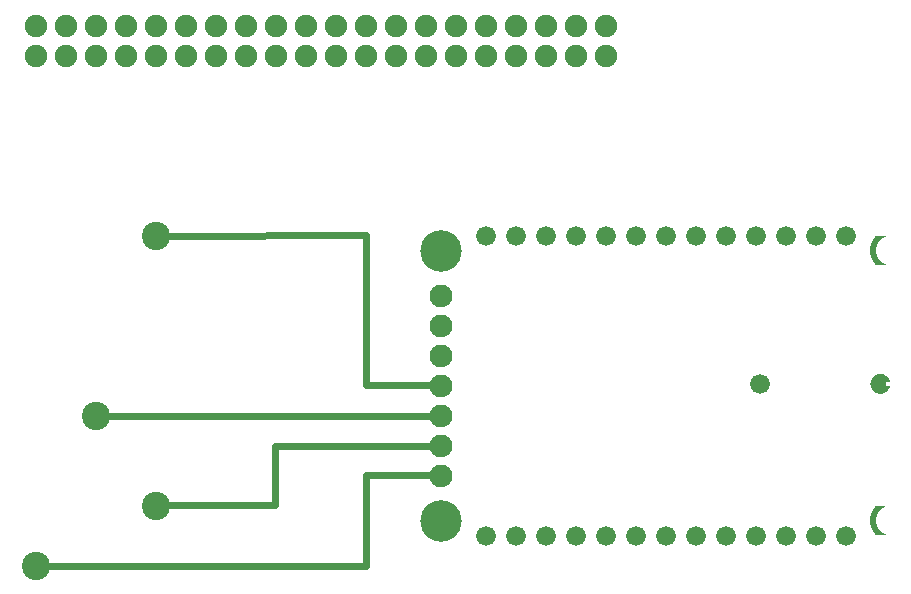
<source format=gbl>
G04 MADE WITH FRITZING*
G04 WWW.FRITZING.ORG*
G04 DOUBLE SIDED*
G04 HOLES PLATED*
G04 CONTOUR ON CENTER OF CONTOUR VECTOR*
%ASAXBY*%
%FSLAX23Y23*%
%MOIN*%
%OFA0B0*%
%SFA1.0B1.0*%
%ADD10C,0.138425*%
%ADD11C,0.066000*%
%ADD12C,0.076000*%
%ADD13C,0.042000*%
%ADD14C,0.075361*%
%ADD15C,0.094488*%
%ADD16C,0.024000*%
%ADD17R,0.001000X0.001000*%
%LNCOPPER0*%
G90*
G70*
G54D10*
X1837Y1337D03*
G54D11*
X1987Y1387D03*
X2087Y1387D03*
X2187Y1387D03*
X2287Y1387D03*
G54D10*
X1837Y437D03*
G54D11*
X2387Y1387D03*
X2487Y1387D03*
X2587Y1387D03*
X2687Y1387D03*
X2787Y1387D03*
X2887Y1387D03*
X2987Y1387D03*
X3087Y1387D03*
X3187Y1387D03*
X1987Y387D03*
X2087Y387D03*
X2187Y387D03*
X2287Y387D03*
X2387Y387D03*
X2487Y387D03*
X2587Y387D03*
X2687Y387D03*
X2787Y387D03*
X2887Y387D03*
X2987Y387D03*
X3087Y387D03*
X3187Y387D03*
G54D12*
X1837Y1187D03*
X1837Y1087D03*
X1837Y987D03*
X1837Y887D03*
X1837Y787D03*
X1837Y687D03*
X1837Y587D03*
G54D13*
X3302Y892D03*
G54D11*
X2902Y892D03*
G54D14*
X487Y1987D03*
X587Y1987D03*
X687Y1987D03*
X787Y1987D03*
X887Y1987D03*
X987Y1987D03*
X1087Y1987D03*
X1187Y1987D03*
X1287Y1987D03*
X1387Y1987D03*
X1487Y1987D03*
X1587Y1987D03*
X1687Y1987D03*
X1787Y1987D03*
X1887Y1987D03*
X1987Y1987D03*
X2087Y1987D03*
X2187Y1987D03*
X2287Y1987D03*
X2387Y1987D03*
X2387Y2087D03*
X2287Y2087D03*
X2187Y2087D03*
X2087Y2087D03*
X1987Y2087D03*
X1887Y2087D03*
X1787Y2087D03*
X1687Y2087D03*
X1587Y2087D03*
X1487Y2087D03*
X1387Y2087D03*
X1287Y2087D03*
X1187Y2087D03*
X1087Y2087D03*
X987Y2087D03*
X887Y2087D03*
X787Y2087D03*
X687Y2087D03*
X587Y2087D03*
X487Y2087D03*
G54D15*
X887Y487D03*
X687Y787D03*
X887Y1387D03*
X487Y287D03*
G54D16*
X1807Y588D02*
X1586Y588D01*
D02*
X1586Y287D02*
X514Y287D01*
D02*
X1586Y588D02*
X1586Y287D01*
D02*
X1285Y687D02*
X1285Y490D01*
D02*
X1285Y490D02*
X914Y488D01*
D02*
X1807Y687D02*
X1285Y687D01*
D02*
X989Y785D02*
X714Y787D01*
D02*
X1186Y785D02*
X989Y785D01*
D02*
X1807Y787D02*
X1186Y785D01*
D02*
X1586Y889D02*
X1586Y1388D01*
D02*
X1586Y1388D02*
X914Y1387D01*
D02*
X1807Y888D02*
X1586Y889D01*
G54D17*
X3288Y1386D02*
X3326Y1386D01*
X3287Y1385D02*
X3322Y1385D01*
X3286Y1384D02*
X3319Y1384D01*
X3285Y1383D02*
X3316Y1383D01*
X3284Y1382D02*
X3314Y1382D01*
X3283Y1381D02*
X3312Y1381D01*
X3282Y1380D02*
X3311Y1380D01*
X3282Y1379D02*
X3309Y1379D01*
X3281Y1378D02*
X3308Y1378D01*
X3280Y1377D02*
X3306Y1377D01*
X3280Y1376D02*
X3305Y1376D01*
X3279Y1375D02*
X3304Y1375D01*
X3278Y1374D02*
X3303Y1374D01*
X3278Y1373D02*
X3302Y1373D01*
X3277Y1372D02*
X3301Y1372D01*
X3277Y1371D02*
X3300Y1371D01*
X3276Y1370D02*
X3299Y1370D01*
X3276Y1369D02*
X3298Y1369D01*
X3275Y1368D02*
X3297Y1368D01*
X3275Y1367D02*
X3296Y1367D01*
X3274Y1366D02*
X3296Y1366D01*
X3274Y1365D02*
X3295Y1365D01*
X3273Y1364D02*
X3294Y1364D01*
X3273Y1363D02*
X3294Y1363D01*
X3273Y1362D02*
X3293Y1362D01*
X3272Y1361D02*
X3293Y1361D01*
X3272Y1360D02*
X3292Y1360D01*
X3271Y1359D02*
X3292Y1359D01*
X3271Y1358D02*
X3291Y1358D01*
X3271Y1357D02*
X3291Y1357D01*
X3271Y1356D02*
X3290Y1356D01*
X3270Y1355D02*
X3290Y1355D01*
X3270Y1354D02*
X3289Y1354D01*
X3270Y1353D02*
X3289Y1353D01*
X3269Y1352D02*
X3289Y1352D01*
X3269Y1351D02*
X3289Y1351D01*
X3269Y1350D02*
X3288Y1350D01*
X3269Y1349D02*
X3288Y1349D01*
X3269Y1348D02*
X3288Y1348D01*
X3269Y1347D02*
X3288Y1347D01*
X3268Y1346D02*
X3288Y1346D01*
X3268Y1345D02*
X3287Y1345D01*
X3268Y1344D02*
X3287Y1344D01*
X3268Y1343D02*
X3287Y1343D01*
X3268Y1342D02*
X3287Y1342D01*
X3268Y1341D02*
X3287Y1341D01*
X3268Y1340D02*
X3287Y1340D01*
X3268Y1339D02*
X3287Y1339D01*
X3268Y1338D02*
X3287Y1338D01*
X3268Y1337D02*
X3287Y1337D01*
X3268Y1336D02*
X3287Y1336D01*
X3268Y1335D02*
X3287Y1335D01*
X3268Y1334D02*
X3287Y1334D01*
X3268Y1333D02*
X3287Y1333D01*
X3268Y1332D02*
X3287Y1332D01*
X3268Y1331D02*
X3287Y1331D01*
X3268Y1330D02*
X3288Y1330D01*
X3269Y1329D02*
X3288Y1329D01*
X3269Y1328D02*
X3288Y1328D01*
X3269Y1327D02*
X3288Y1327D01*
X3269Y1326D02*
X3288Y1326D01*
X3269Y1325D02*
X3289Y1325D01*
X3269Y1324D02*
X3289Y1324D01*
X3270Y1323D02*
X3289Y1323D01*
X3270Y1322D02*
X3289Y1322D01*
X3270Y1321D02*
X3290Y1321D01*
X3270Y1320D02*
X3290Y1320D01*
X3271Y1319D02*
X3290Y1319D01*
X3271Y1318D02*
X3291Y1318D01*
X3271Y1317D02*
X3291Y1317D01*
X3272Y1316D02*
X3292Y1316D01*
X3272Y1315D02*
X3292Y1315D01*
X3272Y1314D02*
X3293Y1314D01*
X3273Y1313D02*
X3294Y1313D01*
X3273Y1312D02*
X3294Y1312D01*
X3274Y1311D02*
X3295Y1311D01*
X3274Y1310D02*
X3295Y1310D01*
X3274Y1309D02*
X3296Y1309D01*
X3275Y1308D02*
X3297Y1308D01*
X3275Y1307D02*
X3298Y1307D01*
X3276Y1306D02*
X3299Y1306D01*
X3276Y1305D02*
X3300Y1305D01*
X3277Y1304D02*
X3300Y1304D01*
X3278Y1303D02*
X3301Y1303D01*
X3278Y1302D02*
X3302Y1302D01*
X3279Y1301D02*
X3304Y1301D01*
X3279Y1300D02*
X3305Y1300D01*
X3280Y1299D02*
X3306Y1299D01*
X3281Y1298D02*
X3307Y1298D01*
X3281Y1297D02*
X3308Y1297D01*
X3282Y1296D02*
X3310Y1296D01*
X3283Y1295D02*
X3312Y1295D01*
X3284Y1294D02*
X3313Y1294D01*
X3284Y1293D02*
X3315Y1293D01*
X3285Y1292D02*
X3318Y1292D01*
X3286Y1291D02*
X3320Y1291D01*
X3287Y1290D02*
X3324Y1290D01*
X3288Y1289D02*
X3330Y1289D01*
X3295Y925D02*
X3308Y925D01*
X3292Y924D02*
X3312Y924D01*
X3289Y923D02*
X3314Y923D01*
X3287Y922D02*
X3316Y922D01*
X3285Y921D02*
X3318Y921D01*
X3284Y920D02*
X3320Y920D01*
X3282Y919D02*
X3321Y919D01*
X3281Y918D02*
X3322Y918D01*
X3280Y917D02*
X3324Y917D01*
X3279Y916D02*
X3325Y916D01*
X3278Y915D02*
X3326Y915D01*
X3277Y914D02*
X3326Y914D01*
X3276Y913D02*
X3327Y913D01*
X3275Y912D02*
X3328Y912D01*
X3275Y911D02*
X3329Y911D01*
X3274Y910D02*
X3329Y910D01*
X3274Y909D02*
X3330Y909D01*
X3273Y908D02*
X3296Y908D01*
X3308Y908D02*
X3330Y908D01*
X3273Y907D02*
X3294Y907D01*
X3310Y907D02*
X3331Y907D01*
X3272Y906D02*
X3292Y906D01*
X3311Y906D02*
X3331Y906D01*
X3272Y905D02*
X3291Y905D01*
X3312Y905D02*
X3332Y905D01*
X3271Y904D02*
X3290Y904D01*
X3314Y904D02*
X3332Y904D01*
X3271Y903D02*
X3289Y903D01*
X3314Y903D02*
X3332Y903D01*
X3271Y902D02*
X3288Y902D01*
X3315Y902D02*
X3333Y902D01*
X3270Y901D02*
X3287Y901D01*
X3316Y901D02*
X3333Y901D01*
X3270Y900D02*
X3287Y900D01*
X3317Y900D02*
X3333Y900D01*
X3270Y899D02*
X3286Y899D01*
X3317Y899D02*
X3333Y899D01*
X3270Y898D02*
X3286Y898D01*
X3269Y897D02*
X3286Y897D01*
X3269Y896D02*
X3285Y896D01*
X3269Y895D02*
X3285Y895D01*
X3269Y894D02*
X3285Y894D01*
X3269Y893D02*
X3285Y893D01*
X3269Y892D02*
X3285Y892D01*
X3269Y891D02*
X3285Y891D01*
X3269Y890D02*
X3285Y890D01*
X3269Y889D02*
X3286Y889D01*
X3270Y888D02*
X3286Y888D01*
X3270Y887D02*
X3286Y887D01*
X3317Y887D02*
X3333Y887D01*
X3270Y886D02*
X3287Y886D01*
X3317Y886D02*
X3333Y886D01*
X3270Y885D02*
X3287Y885D01*
X3316Y885D02*
X3333Y885D01*
X3270Y884D02*
X3288Y884D01*
X3316Y884D02*
X3333Y884D01*
X3271Y883D02*
X3289Y883D01*
X3315Y883D02*
X3332Y883D01*
X3271Y882D02*
X3289Y882D01*
X3314Y882D02*
X3332Y882D01*
X3272Y881D02*
X3290Y881D01*
X3313Y881D02*
X3332Y881D01*
X3272Y880D02*
X3292Y880D01*
X3312Y880D02*
X3331Y880D01*
X3272Y879D02*
X3293Y879D01*
X3310Y879D02*
X3331Y879D01*
X3273Y878D02*
X3295Y878D01*
X3308Y878D02*
X3330Y878D01*
X3273Y877D02*
X3299Y877D01*
X3304Y877D02*
X3330Y877D01*
X3274Y876D02*
X3329Y876D01*
X3275Y875D02*
X3329Y875D01*
X3275Y874D02*
X3328Y874D01*
X3276Y873D02*
X3327Y873D01*
X3277Y872D02*
X3327Y872D01*
X3277Y871D02*
X3326Y871D01*
X3278Y870D02*
X3325Y870D01*
X3279Y869D02*
X3324Y869D01*
X3281Y868D02*
X3323Y868D01*
X3282Y867D02*
X3321Y867D01*
X3283Y866D02*
X3320Y866D01*
X3285Y865D02*
X3319Y865D01*
X3286Y864D02*
X3317Y864D01*
X3289Y863D02*
X3315Y863D01*
X3291Y862D02*
X3312Y862D01*
X3294Y861D02*
X3309Y861D01*
X3300Y860D02*
X3303Y860D01*
X3287Y486D02*
X3325Y486D01*
X3287Y485D02*
X3321Y485D01*
X3286Y484D02*
X3318Y484D01*
X3285Y483D02*
X3316Y483D01*
X3284Y482D02*
X3314Y482D01*
X3283Y481D02*
X3312Y481D01*
X3282Y480D02*
X3310Y480D01*
X3282Y479D02*
X3309Y479D01*
X3281Y478D02*
X3308Y478D01*
X3280Y477D02*
X3306Y477D01*
X3280Y476D02*
X3305Y476D01*
X3279Y475D02*
X3304Y475D01*
X3278Y474D02*
X3303Y474D01*
X3278Y473D02*
X3302Y473D01*
X3277Y472D02*
X3301Y472D01*
X3277Y471D02*
X3300Y471D01*
X3276Y470D02*
X3299Y470D01*
X3276Y469D02*
X3298Y469D01*
X3275Y468D02*
X3297Y468D01*
X3275Y467D02*
X3296Y467D01*
X3274Y466D02*
X3296Y466D01*
X3274Y465D02*
X3295Y465D01*
X3273Y464D02*
X3294Y464D01*
X3273Y463D02*
X3294Y463D01*
X3273Y462D02*
X3293Y462D01*
X3272Y461D02*
X3292Y461D01*
X3272Y460D02*
X3292Y460D01*
X3271Y459D02*
X3292Y459D01*
X3271Y458D02*
X3291Y458D01*
X3271Y457D02*
X3291Y457D01*
X3271Y456D02*
X3290Y456D01*
X3270Y455D02*
X3290Y455D01*
X3270Y454D02*
X3289Y454D01*
X3270Y453D02*
X3289Y453D01*
X3269Y452D02*
X3289Y452D01*
X3269Y451D02*
X3289Y451D01*
X3269Y450D02*
X3288Y450D01*
X3269Y449D02*
X3288Y449D01*
X3269Y448D02*
X3288Y448D01*
X3269Y447D02*
X3288Y447D01*
X3268Y446D02*
X3288Y446D01*
X3268Y445D02*
X3287Y445D01*
X3268Y444D02*
X3287Y444D01*
X3268Y443D02*
X3287Y443D01*
X3268Y442D02*
X3287Y442D01*
X3268Y441D02*
X3287Y441D01*
X3268Y440D02*
X3287Y440D01*
X3268Y439D02*
X3287Y439D01*
X3268Y438D02*
X3287Y438D01*
X3268Y437D02*
X3287Y437D01*
X3268Y436D02*
X3287Y436D01*
X3268Y435D02*
X3287Y435D01*
X3268Y434D02*
X3287Y434D01*
X3268Y433D02*
X3287Y433D01*
X3268Y432D02*
X3287Y432D01*
X3268Y431D02*
X3287Y431D01*
X3268Y430D02*
X3288Y430D01*
X3269Y429D02*
X3288Y429D01*
X3269Y428D02*
X3288Y428D01*
X3269Y427D02*
X3288Y427D01*
X3269Y426D02*
X3288Y426D01*
X3269Y425D02*
X3289Y425D01*
X3269Y424D02*
X3289Y424D01*
X3270Y423D02*
X3289Y423D01*
X3270Y422D02*
X3289Y422D01*
X3270Y421D02*
X3290Y421D01*
X3270Y420D02*
X3290Y420D01*
X3271Y419D02*
X3290Y419D01*
X3271Y418D02*
X3291Y418D01*
X3271Y417D02*
X3291Y417D01*
X3272Y416D02*
X3292Y416D01*
X3272Y415D02*
X3292Y415D01*
X3272Y414D02*
X3293Y414D01*
X3273Y413D02*
X3294Y413D01*
X3273Y412D02*
X3294Y412D01*
X3274Y411D02*
X3295Y411D01*
X3274Y410D02*
X3296Y410D01*
X3275Y409D02*
X3296Y409D01*
X3275Y408D02*
X3297Y408D01*
X3275Y407D02*
X3298Y407D01*
X3276Y406D02*
X3299Y406D01*
X3276Y405D02*
X3300Y405D01*
X3277Y404D02*
X3301Y404D01*
X3278Y403D02*
X3301Y403D01*
X3278Y402D02*
X3303Y402D01*
X3279Y401D02*
X3304Y401D01*
X3279Y400D02*
X3305Y400D01*
X3280Y399D02*
X3306Y399D01*
X3281Y398D02*
X3307Y398D01*
X3281Y397D02*
X3309Y397D01*
X3282Y396D02*
X3310Y396D01*
X3283Y395D02*
X3312Y395D01*
X3284Y394D02*
X3314Y394D01*
X3285Y393D02*
X3316Y393D01*
X3285Y392D02*
X3318Y392D01*
X3286Y391D02*
X3321Y391D01*
X3287Y390D02*
X3325Y390D01*
X3288Y389D02*
X3331Y389D01*
D02*
G04 End of Copper0*
M02*
</source>
